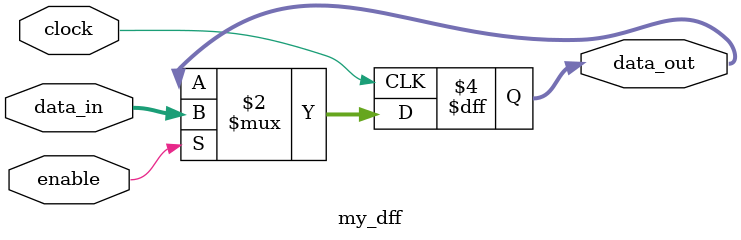
<source format=v>
module my_dff(input [15:0] data_in, input enable, input clock, output reg [15:0] data_out);
	always@(posedge clock)
		if(enable)
			data_out <= data_in;
endmodule 
</source>
